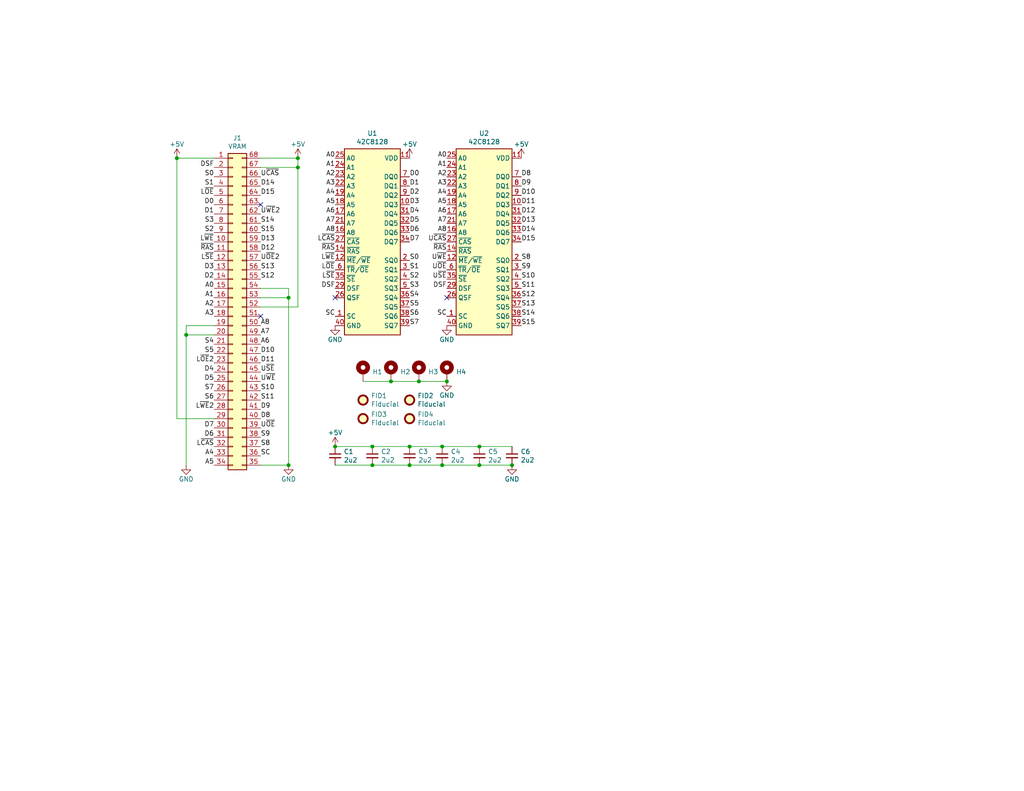
<source format=kicad_sch>
(kicad_sch (version 20211123) (generator eeschema)
  (paper "USLetter")
  (title_block (title "GW4404A") (date "2021-05-30") (rev "1.0") (company "Garrett's Workshop"))
  (lib_symbols
    (symbol "Connector_Generic:Conn_02x34_Counter_Clockwise" (pin_names (offset 1.016) hide)
      (property "Reference" "J" (at 1.27 43.18 0))
      (property "Value" "Conn_02x34_Counter_Clockwise" (at 1.27 -45.72 0))
      (symbol "Conn_02x34_Counter_Clockwise_1_1"
        (rectangle (start -1.27 -43.053) (end 0 -43.307) (stroke (width 0.1524)))
        (rectangle (start -1.27 -40.513) (end 0 -40.767) (stroke (width 0.1524)))
        (rectangle (start -1.27 -37.973) (end 0 -38.227) (stroke (width 0.1524)))
        (rectangle (start -1.27 -35.433) (end 0 -35.687) (stroke (width 0.1524)))
        (rectangle (start -1.27 -32.893) (end 0 -33.147) (stroke (width 0.1524)))
        (rectangle (start -1.27 -30.353) (end 0 -30.607) (stroke (width 0.1524)))
        (rectangle (start -1.27 -27.813) (end 0 -28.067) (stroke (width 0.1524)))
        (rectangle (start -1.27 -25.273) (end 0 -25.527) (stroke (width 0.1524)))
        (rectangle (start -1.27 -22.733) (end 0 -22.987) (stroke (width 0.1524)))
        (rectangle (start -1.27 -20.193) (end 0 -20.447) (stroke (width 0.1524)))
        (rectangle (start -1.27 -17.653) (end 0 -17.907) (stroke (width 0.1524)))
        (rectangle (start -1.27 -15.113) (end 0 -15.367) (stroke (width 0.1524)))
        (rectangle (start -1.27 -12.573) (end 0 -12.827) (stroke (width 0.1524)))
        (rectangle (start -1.27 -10.033) (end 0 -10.287) (stroke (width 0.1524)))
        (rectangle (start -1.27 -7.493) (end 0 -7.747) (stroke (width 0.1524)))
        (rectangle (start -1.27 -4.953) (end 0 -5.207) (stroke (width 0.1524)))
        (rectangle (start -1.27 -2.413) (end 0 -2.667) (stroke (width 0.1524)))
        (rectangle (start -1.27 0.127) (end 0 -0.127) (stroke (width 0.1524)))
        (rectangle (start -1.27 2.667) (end 0 2.413) (stroke (width 0.1524)))
        (rectangle (start -1.27 5.207) (end 0 4.953) (stroke (width 0.1524)))
        (rectangle (start -1.27 7.747) (end 0 7.493) (stroke (width 0.1524)))
        (rectangle (start -1.27 10.287) (end 0 10.033) (stroke (width 0.1524)))
        (rectangle (start -1.27 12.827) (end 0 12.573) (stroke (width 0.1524)))
        (rectangle (start -1.27 15.367) (end 0 15.113) (stroke (width 0.1524)))
        (rectangle (start -1.27 17.907) (end 0 17.653) (stroke (width 0.1524)))
        (rectangle (start -1.27 20.447) (end 0 20.193) (stroke (width 0.1524)))
        (rectangle (start -1.27 22.987) (end 0 22.733) (stroke (width 0.1524)))
        (rectangle (start -1.27 25.527) (end 0 25.273) (stroke (width 0.1524)))
        (rectangle (start -1.27 28.067) (end 0 27.813) (stroke (width 0.1524)))
        (rectangle (start -1.27 30.607) (end 0 30.353) (stroke (width 0.1524)))
        (rectangle (start -1.27 33.147) (end 0 32.893) (stroke (width 0.1524)))
        (rectangle (start -1.27 35.687) (end 0 35.433) (stroke (width 0.1524)))
        (rectangle (start -1.27 38.227) (end 0 37.973) (stroke (width 0.1524)))
        (rectangle (start -1.27 40.767) (end 0 40.513) (stroke (width 0.1524)))
        (rectangle (start -1.27 41.91) (end 3.81 -44.45) (stroke (width 0.254)) (fill (type background)))
        (rectangle (start 3.81 -43.053) (end 2.54 -43.307) (stroke (width 0.1524)))
        (rectangle (start 3.81 -40.513) (end 2.54 -40.767) (stroke (width 0.1524)))
        (rectangle (start 3.81 -37.973) (end 2.54 -38.227) (stroke (width 0.1524)))
        (rectangle (start 3.81 -35.433) (end 2.54 -35.687) (stroke (width 0.1524)))
        (rectangle (start 3.81 -32.893) (end 2.54 -33.147) (stroke (width 0.1524)))
        (rectangle (start 3.81 -30.353) (end 2.54 -30.607) (stroke (width 0.1524)))
        (rectangle (start 3.81 -27.813) (end 2.54 -28.067) (stroke (width 0.1524)))
        (rectangle (start 3.81 -25.273) (end 2.54 -25.527) (stroke (width 0.1524)))
        (rectangle (start 3.81 -22.733) (end 2.54 -22.987) (stroke (width 0.1524)))
        (rectangle (start 3.81 -20.193) (end 2.54 -20.447) (stroke (width 0.1524)))
        (rectangle (start 3.81 -17.653) (end 2.54 -17.907) (stroke (width 0.1524)))
        (rectangle (start 3.81 -15.113) (end 2.54 -15.367) (stroke (width 0.1524)))
        (rectangle (start 3.81 -12.573) (end 2.54 -12.827) (stroke (width 0.1524)))
        (rectangle (start 3.81 -10.033) (end 2.54 -10.287) (stroke (width 0.1524)))
        (rectangle (start 3.81 -7.493) (end 2.54 -7.747) (stroke (width 0.1524)))
        (rectangle (start 3.81 -4.953) (end 2.54 -5.207) (stroke (width 0.1524)))
        (rectangle (start 3.81 -2.413) (end 2.54 -2.667) (stroke (width 0.1524)))
        (rectangle (start 3.81 0.127) (end 2.54 -0.127) (stroke (width 0.1524)))
        (rectangle (start 3.81 2.667) (end 2.54 2.413) (stroke (width 0.1524)))
        (rectangle (start 3.81 5.207) (end 2.54 4.953) (stroke (width 0.1524)))
        (rectangle (start 3.81 7.747) (end 2.54 7.493) (stroke (width 0.1524)))
        (rectangle (start 3.81 10.287) (end 2.54 10.033) (stroke (width 0.1524)))
        (rectangle (start 3.81 12.827) (end 2.54 12.573) (stroke (width 0.1524)))
        (rectangle (start 3.81 15.367) (end 2.54 15.113) (stroke (width 0.1524)))
        (rectangle (start 3.81 17.907) (end 2.54 17.653) (stroke (width 0.1524)))
        (rectangle (start 3.81 20.447) (end 2.54 20.193) (stroke (width 0.1524)))
        (rectangle (start 3.81 22.987) (end 2.54 22.733) (stroke (width 0.1524)))
        (rectangle (start 3.81 25.527) (end 2.54 25.273) (stroke (width 0.1524)))
        (rectangle (start 3.81 28.067) (end 2.54 27.813) (stroke (width 0.1524)))
        (rectangle (start 3.81 30.607) (end 2.54 30.353) (stroke (width 0.1524)))
        (rectangle (start 3.81 33.147) (end 2.54 32.893) (stroke (width 0.1524)))
        (rectangle (start 3.81 35.687) (end 2.54 35.433) (stroke (width 0.1524)))
        (rectangle (start 3.81 38.227) (end 2.54 37.973) (stroke (width 0.1524)))
        (rectangle (start 3.81 40.767) (end 2.54 40.513) (stroke (width 0.1524)))
        (pin passive line (at -5.08 40.64 0) (length 3.81) (name "Pin_1") (number "1"))
        (pin passive line (at -5.08 17.78 0) (length 3.81) (name "Pin_10") (number "10"))
        (pin passive line (at -5.08 15.24 0) (length 3.81) (name "Pin_11") (number "11"))
        (pin passive line (at -5.08 12.7 0) (length 3.81) (name "Pin_12") (number "12"))
        (pin passive line (at -5.08 10.16 0) (length 3.81) (name "Pin_13") (number "13"))
        (pin passive line (at -5.08 7.62 0) (length 3.81) (name "Pin_14") (number "14"))
        (pin passive line (at -5.08 5.08 0) (length 3.81) (name "Pin_15") (number "15"))
        (pin passive line (at -5.08 2.54 0) (length 3.81) (name "Pin_16") (number "16"))
        (pin passive line (at -5.08 0 0) (length 3.81) (name "Pin_17") (number "17"))
        (pin passive line (at -5.08 -2.54 0) (length 3.81) (name "Pin_18") (number "18"))
        (pin passive line (at -5.08 -5.08 0) (length 3.81) (name "Pin_19") (number "19"))
        (pin passive line (at -5.08 38.1 0) (length 3.81) (name "Pin_2") (number "2"))
        (pin passive line (at -5.08 -7.62 0) (length 3.81) (name "Pin_20") (number "20"))
        (pin passive line (at -5.08 -10.16 0) (length 3.81) (name "Pin_21") (number "21"))
        (pin passive line (at -5.08 -12.7 0) (length 3.81) (name "Pin_22") (number "22"))
        (pin passive line (at -5.08 -15.24 0) (length 3.81) (name "Pin_23") (number "23"))
        (pin passive line (at -5.08 -17.78 0) (length 3.81) (name "Pin_24") (number "24"))
        (pin passive line (at -5.08 -20.32 0) (length 3.81) (name "Pin_25") (number "25"))
        (pin passive line (at -5.08 -22.86 0) (length 3.81) (name "Pin_26") (number "26"))
        (pin passive line (at -5.08 -25.4 0) (length 3.81) (name "Pin_27") (number "27"))
        (pin passive line (at -5.08 -27.94 0) (length 3.81) (name "Pin_28") (number "28"))
        (pin passive line (at -5.08 -30.48 0) (length 3.81) (name "Pin_29") (number "29"))
        (pin passive line (at -5.08 35.56 0) (length 3.81) (name "Pin_3") (number "3"))
        (pin passive line (at -5.08 -33.02 0) (length 3.81) (name "Pin_30") (number "30"))
        (pin passive line (at -5.08 -35.56 0) (length 3.81) (name "Pin_31") (number "31"))
        (pin passive line (at -5.08 -38.1 0) (length 3.81) (name "Pin_32") (number "32"))
        (pin passive line (at -5.08 -40.64 0) (length 3.81) (name "Pin_33") (number "33"))
        (pin passive line (at -5.08 -43.18 0) (length 3.81) (name "Pin_34") (number "34"))
        (pin passive line (at 7.62 -43.18 180) (length 3.81) (name "Pin_35") (number "35"))
        (pin passive line (at 7.62 -40.64 180) (length 3.81) (name "Pin_36") (number "36"))
        (pin passive line (at 7.62 -38.1 180) (length 3.81) (name "Pin_37") (number "37"))
        (pin passive line (at 7.62 -35.56 180) (length 3.81) (name "Pin_38") (number "38"))
        (pin passive line (at 7.62 -33.02 180) (length 3.81) (name "Pin_39") (number "39"))
        (pin passive line (at -5.08 33.02 0) (length 3.81) (name "Pin_4") (number "4"))
        (pin passive line (at 7.62 -30.48 180) (length 3.81) (name "Pin_40") (number "40"))
        (pin passive line (at 7.62 -27.94 180) (length 3.81) (name "Pin_41") (number "41"))
        (pin passive line (at 7.62 -25.4 180) (length 3.81) (name "Pin_42") (number "42"))
        (pin passive line (at 7.62 -22.86 180) (length 3.81) (name "Pin_43") (number "43"))
        (pin passive line (at 7.62 -20.32 180) (length 3.81) (name "Pin_44") (number "44"))
        (pin passive line (at 7.62 -17.78 180) (length 3.81) (name "Pin_45") (number "45"))
        (pin passive line (at 7.62 -15.24 180) (length 3.81) (name "Pin_46") (number "46"))
        (pin passive line (at 7.62 -12.7 180) (length 3.81) (name "Pin_47") (number "47"))
        (pin passive line (at 7.62 -10.16 180) (length 3.81) (name "Pin_48") (number "48"))
        (pin passive line (at 7.62 -7.62 180) (length 3.81) (name "Pin_49") (number "49"))
        (pin passive line (at -5.08 30.48 0) (length 3.81) (name "Pin_5") (number "5"))
        (pin passive line (at 7.62 -5.08 180) (length 3.81) (name "Pin_50") (number "50"))
        (pin passive line (at 7.62 -2.54 180) (length 3.81) (name "Pin_51") (number "51"))
        (pin passive line (at 7.62 0 180) (length 3.81) (name "Pin_52") (number "52"))
        (pin passive line (at 7.62 2.54 180) (length 3.81) (name "Pin_53") (number "53"))
        (pin passive line (at 7.62 5.08 180) (length 3.81) (name "Pin_54") (number "54"))
        (pin passive line (at 7.62 7.62 180) (length 3.81) (name "Pin_55") (number "55"))
        (pin passive line (at 7.62 10.16 180) (length 3.81) (name "Pin_56") (number "56"))
        (pin passive line (at 7.62 12.7 180) (length 3.81) (name "Pin_57") (number "57"))
        (pin passive line (at 7.62 15.24 180) (length 3.81) (name "Pin_58") (number "58"))
        (pin passive line (at 7.62 17.78 180) (length 3.81) (name "Pin_59") (number "59"))
        (pin passive line (at -5.08 27.94 0) (length 3.81) (name "Pin_6") (number "6"))
        (pin passive line (at 7.62 20.32 180) (length 3.81) (name "Pin_60") (number "60"))
        (pin passive line (at 7.62 22.86 180) (length 3.81) (name "Pin_61") (number "61"))
        (pin passive line (at 7.62 25.4 180) (length 3.81) (name "Pin_62") (number "62"))
        (pin passive line (at 7.62 27.94 180) (length 3.81) (name "Pin_63") (number "63"))
        (pin passive line (at 7.62 30.48 180) (length 3.81) (name "Pin_64") (number "64"))
        (pin passive line (at 7.62 33.02 180) (length 3.81) (name "Pin_65") (number "65"))
        (pin passive line (at 7.62 35.56 180) (length 3.81) (name "Pin_66") (number "66"))
        (pin passive line (at 7.62 38.1 180) (length 3.81) (name "Pin_67") (number "67"))
        (pin passive line (at 7.62 40.64 180) (length 3.81) (name "Pin_68") (number "68"))
        (pin passive line (at -5.08 25.4 0) (length 3.81) (name "Pin_7") (number "7"))
        (pin passive line (at -5.08 22.86 0) (length 3.81) (name "Pin_8") (number "8"))
        (pin passive line (at -5.08 20.32 0) (length 3.81) (name "Pin_9") (number "9"))
      )
    )
    (symbol "Device:C_Small" (pin_numbers hide) (pin_names (offset 0.254) hide)
      (property "Reference" "C" (at 0.254 1.778 0))
      (property "Value" "C_Small" (at 0.254 -2.032 0))
      (symbol "C_Small_0_1"
        (polyline (pts (xy -1.524 -0.508) (xy 1.524 -0.508)) (stroke (width 0.3302)))
        (polyline (pts (xy -1.524 0.508) (xy 1.524 0.508)) (stroke (width 0.3048)))
      )
      (symbol "C_Small_1_1"
        (pin passive line (at 0 2.54 270) (length 2.032) (name "~") (number "1"))
        (pin passive line (at 0 -2.54 90) (length 2.032) (name "~") (number "2"))
      )
    )
    (symbol "GW_RAM:VRAM-128kx8-SOP-40"
      (property "Reference" "U" (at 0 26.67 0))
      (property "Value" "VRAM-128kx8-SOP-40" (at 1.27 0 90))
      (symbol "VRAM-128kx8-SOP-40_0_1"
        (rectangle (start -7.62 25.4) (end 7.62 -25.4) (stroke (width 0.254)) (fill (type background)))
      )
      (symbol "VRAM-128kx8-SOP-40_1_1"
        (pin input line (at -10.16 -20.32 0) (length 2.54) (name "SC") (number "1"))
        (pin bidirectional line (at 10.16 10.16 180) (length 2.54) (name "DQ3") (number "10"))
        (pin power_in line (at 10.16 22.86 180) (length 2.54) (name "VDD") (number "11"))
        (pin input line (at -10.16 -5.08 0) (length 2.54) (name "~{ME}/~{WE}") (number "12"))
        (pin input line (at -10.16 -2.54 0) (length 2.54) (name "~{RAS}") (number "14"))
        (pin input line (at -10.16 2.54 0) (length 2.54) (name "A8") (number "16"))
        (pin input line (at -10.16 7.62 0) (length 2.54) (name "A6") (number "17"))
        (pin input line (at -10.16 10.16 0) (length 2.54) (name "A5") (number "18"))
        (pin input line (at -10.16 12.7 0) (length 2.54) (name "A4") (number "19"))
        (pin bidirectional line (at 10.16 -5.08 180) (length 2.54) (name "SQ0") (number "2"))
        (pin power_in line (at 10.16 22.86 180) (length 2.54) hide (name "VDD") (number "20"))
        (pin input line (at -10.16 5.08 0) (length 2.54) (name "A7") (number "21"))
        (pin input line (at -10.16 15.24 0) (length 2.54) (name "A3") (number "22"))
        (pin input line (at -10.16 17.78 0) (length 2.54) (name "A2") (number "23"))
        (pin input line (at -10.16 20.32 0) (length 2.54) (name "A1") (number "24"))
        (pin input line (at -10.16 22.86 0) (length 2.54) (name "A0") (number "25"))
        (pin output line (at -10.16 -15.24 0) (length 2.54) (name "QSF") (number "26"))
        (pin input line (at -10.16 0 0) (length 2.54) (name "~{CAS}") (number "27"))
        (pin input line (at -10.16 -12.7 0) (length 2.54) (name "DSF") (number "29"))
        (pin bidirectional line (at 10.16 -7.62 180) (length 2.54) (name "SQ1") (number "3"))
        (pin power_in line (at -10.16 -22.86 0) (length 2.54) hide (name "GND") (number "30"))
        (pin bidirectional line (at 10.16 7.62 180) (length 2.54) (name "DQ4") (number "31"))
        (pin bidirectional line (at 10.16 5.08 180) (length 2.54) (name "DQ5") (number "32"))
        (pin bidirectional line (at 10.16 2.54 180) (length 2.54) (name "DQ6") (number "33"))
        (pin bidirectional line (at 10.16 0 180) (length 2.54) (name "DQ7") (number "34"))
        (pin input line (at -10.16 -10.16 0) (length 2.54) (name "~{SE}") (number "35"))
        (pin bidirectional line (at 10.16 -15.24 180) (length 2.54) (name "SQ4") (number "36"))
        (pin bidirectional line (at 10.16 -17.78 180) (length 2.54) (name "SQ5") (number "37"))
        (pin bidirectional line (at 10.16 -20.32 180) (length 2.54) (name "SQ6") (number "38"))
        (pin bidirectional line (at 10.16 -22.86 180) (length 2.54) (name "SQ7") (number "39"))
        (pin bidirectional line (at 10.16 -10.16 180) (length 2.54) (name "SQ2") (number "4"))
        (pin power_in line (at -10.16 -22.86 0) (length 2.54) (name "GND") (number "40"))
        (pin bidirectional line (at 10.16 -12.7 180) (length 2.54) (name "SQ3") (number "5"))
        (pin input line (at -10.16 -7.62 0) (length 2.54) (name "~{TR}/~{OE}") (number "6"))
        (pin bidirectional line (at 10.16 17.78 180) (length 2.54) (name "DQ0") (number "7"))
        (pin bidirectional line (at 10.16 15.24 180) (length 2.54) (name "DQ1") (number "8"))
        (pin bidirectional line (at 10.16 12.7 180) (length 2.54) (name "DQ2") (number "9"))
      )
    )
    (symbol "Mechanical:Fiducial"
      (property "Reference" "FID" (at 0 5.08 0))
      (property "Value" "Fiducial" (at 0 3.175 0))
      (symbol "Fiducial_0_1"
        (circle (center 0 0) (radius 1.27) (stroke (width 0.508)) (fill (type background)))
      )
    )
    (symbol "Mechanical:MountingHole_Pad" (pin_numbers hide) (pin_names (offset 1.016) hide)
      (property "Reference" "H" (at 0 6.35 0))
      (property "Value" "MountingHole_Pad" (at 0 4.445 0))
      (symbol "MountingHole_Pad_0_1"
        (circle (center 0 1.27) (radius 1.27) (stroke (width 1.27)))
      )
      (symbol "MountingHole_Pad_1_1"
        (pin input line (at 0 -2.54 90) (length 2.54) (name "1") (number "1"))
      )
    )
    (symbol "power:+5V" (power) (pin_names (offset 0))
      (property "Value" "+5V" (at 0 3.556 0))
      (symbol "+5V_0_1"
        (polyline (pts (xy -0.762 1.27) (xy 0 2.54)))
        (polyline (pts (xy 0 0) (xy 0 2.54)))
        (polyline (pts (xy 0 2.54) (xy 0.762 1.27)))
      )
      (symbol "+5V_1_1"
        (pin power_in line (at 0 0 90) (length 0) hide (name "+5V") (number "1"))
      )
    )
    (symbol "power:GND" (power) (pin_names (offset 0))
      (property "Value" "GND" (at 0 -3.81 0))
      (symbol "GND_0_1"
        (polyline (pts (xy 0 0) (xy 0 -1.27) (xy 1.27 -1.27) (xy 0 -2.54) (xy -1.27 -1.27) (xy 0 -1.27)))
      )
      (symbol "GND_1_1"
        (pin power_in line (at 0 0 270) (length 0) hide (name "GND") (number "1"))
      )
    )
  )
  (junction (at 120.65 121.92))
  (junction (at 101.6 121.92))
  (junction (at 106.68 104.14))
  (junction (at 111.76 121.92))
  (junction (at 48.26 43.18))
  (junction (at 120.65 127))
  (junction (at 78.74 127))
  (junction (at 81.28 43.18))
  (junction (at 91.44 121.92))
  (junction (at 111.76 127))
  (junction (at 121.92 104.14))
  (junction (at 130.81 121.92))
  (junction (at 139.7 127))
  (junction (at 101.6 127))
  (junction (at 50.8 91.44))
  (junction (at 81.28 45.72))
  (junction (at 114.3 104.14))
  (junction (at 130.81 127))
  (junction (at 78.74 81.28))
  (no_connect (at 71.12 86.36))
  (no_connect (at 91.44 81.28))
  (no_connect (at 121.92 81.28))
  (no_connect (at 71.12 55.88))
  (wire (pts (xy 91.44 121.92) (xy 101.6 121.92)))
  (wire (pts (xy 71.12 45.72) (xy 81.28 45.72)))
  (wire (pts (xy 78.74 127) (xy 78.74 81.28)))
  (wire (pts (xy 130.81 121.92) (xy 139.7 121.92)))
  (wire (pts (xy 101.6 127) (xy 111.76 127)))
  (wire (pts (xy 48.26 114.3) (xy 58.42 114.3)))
  (wire (pts (xy 106.68 104.14) (xy 114.3 104.14)))
  (wire (pts (xy 58.42 91.44) (xy 50.8 91.44)))
  (wire (pts (xy 101.6 121.92) (xy 111.76 121.92)))
  (wire (pts (xy 50.8 88.9) (xy 50.8 91.44)))
  (wire (pts (xy 81.28 43.18) (xy 71.12 43.18)))
  (wire (pts (xy 111.76 127) (xy 120.65 127)))
  (wire (pts (xy 81.28 45.72) (xy 81.28 83.82)))
  (wire (pts (xy 81.28 43.18) (xy 81.28 45.72)))
  (wire (pts (xy 78.74 81.28) (xy 71.12 81.28)))
  (wire (pts (xy 78.74 78.74) (xy 78.74 81.28)))
  (wire (pts (xy 130.81 127) (xy 139.7 127)))
  (wire (pts (xy 50.8 91.44) (xy 50.8 127)))
  (wire (pts (xy 81.28 83.82) (xy 71.12 83.82)))
  (wire (pts (xy 120.65 127) (xy 130.81 127)))
  (wire (pts (xy 114.3 104.14) (xy 121.92 104.14)))
  (wire (pts (xy 58.42 88.9) (xy 50.8 88.9)))
  (wire (pts (xy 99.06 104.14) (xy 106.68 104.14)))
  (wire (pts (xy 111.76 121.92) (xy 120.65 121.92)))
  (wire (pts (xy 48.26 43.18) (xy 58.42 43.18)))
  (wire (pts (xy 71.12 127) (xy 78.74 127)))
  (wire (pts (xy 120.65 121.92) (xy 130.81 121.92)))
  (wire (pts (xy 71.12 78.74) (xy 78.74 78.74)))
  (wire (pts (xy 48.26 43.18) (xy 48.26 114.3)))
  (wire (pts (xy 91.44 127) (xy 101.6 127)))
  (label "U~{OE}2" (at 71.12 71.12 0))
  (label "D6" (at 111.76 63.5 0))
  (label "D7" (at 58.42 116.84 180))
  (label "A2" (at 91.44 48.26 180))
  (label "S7" (at 58.42 106.68 180))
  (label "S5" (at 111.76 83.82 0))
  (label "D12" (at 142.24 58.42 0))
  (label "S2" (at 58.42 63.5 180))
  (label "D1" (at 58.42 58.42 180))
  (label "A4" (at 91.44 53.34 180))
  (label "A7" (at 91.44 60.96 180))
  (label "U~{OE}" (at 121.92 73.66 180))
  (label "S11" (at 71.12 109.22 0))
  (label "D3" (at 111.76 55.88 0))
  (label "D4" (at 58.42 101.6 180))
  (label "A3" (at 121.92 50.8 180))
  (label "U~{SE}" (at 121.92 76.2 180))
  (label "A3" (at 91.44 50.8 180))
  (label "D12" (at 71.12 68.58 0))
  (label "DSF" (at 121.92 78.74 180))
  (label "U~{WE}" (at 71.12 104.14 0))
  (label "A8" (at 71.12 88.9 0))
  (label "S8" (at 71.12 121.92 0))
  (label "L~{WE}" (at 58.42 66.04 180))
  (label "S0" (at 58.42 48.26 180))
  (label "A7" (at 71.12 91.44 0))
  (label "A5" (at 121.92 55.88 180))
  (label "S5" (at 58.42 96.52 180))
  (label "A3" (at 58.42 86.36 180))
  (label "A5" (at 91.44 55.88 180))
  (label "U~{WE}2" (at 71.12 58.42 0))
  (label "D0" (at 58.42 55.88 180))
  (label "DSF" (at 58.42 45.72 180))
  (label "D11" (at 71.12 99.06 0))
  (label "D5" (at 58.42 104.14 180))
  (label "S6" (at 111.76 86.36 0))
  (label "D5" (at 111.76 60.96 0))
  (label "S4" (at 111.76 81.28 0))
  (label "A4" (at 121.92 53.34 180))
  (label "D13" (at 71.12 66.04 0))
  (label "A4" (at 58.42 124.46 180))
  (label "S12" (at 71.12 76.2 0))
  (label "D14" (at 71.12 50.8 0))
  (label "U~{CAS}" (at 71.12 48.26 0))
  (label "A8" (at 121.92 63.5 180))
  (label "S1" (at 58.42 50.8 180))
  (label "D8" (at 71.12 114.3 0))
  (label "D0" (at 111.76 48.26 0))
  (label "A0" (at 91.44 43.18 180))
  (label "D10" (at 71.12 96.52 0))
  (label "S8" (at 142.24 71.12 0))
  (label "L~{OE}" (at 91.44 73.66 180))
  (label "A6" (at 121.92 58.42 180))
  (label "SC" (at 91.44 86.36 180))
  (label "U~{SE}" (at 71.12 101.6 0))
  (label "~{RAS}" (at 121.92 68.58 180))
  (label "S1" (at 111.76 73.66 0))
  (label "U~{OE}" (at 71.12 116.84 0))
  (label "D10" (at 142.24 53.34 0))
  (label "S3" (at 111.76 78.74 0))
  (label "S10" (at 71.12 106.68 0))
  (label "S14" (at 142.24 86.36 0))
  (label "L~{CAS}" (at 58.42 121.92 180))
  (label "D8" (at 142.24 48.26 0))
  (label "S10" (at 142.24 76.2 0))
  (label "L~{CAS}" (at 91.44 66.04 180))
  (label "D2" (at 111.76 53.34 0))
  (label "L~{WE}2" (at 58.42 111.76 180))
  (label "A5" (at 58.42 127 180))
  (label "D9" (at 142.24 50.8 0))
  (label "S4" (at 58.42 93.98 180))
  (label "A1" (at 91.44 45.72 180))
  (label "L~{OE}2" (at 58.42 99.06 180))
  (label "D15" (at 71.12 53.34 0))
  (label "D6" (at 58.42 119.38 180))
  (label "D13" (at 142.24 60.96 0))
  (label "DSF" (at 91.44 78.74 180))
  (label "A1" (at 121.92 45.72 180))
  (label "A6" (at 91.44 58.42 180))
  (label "S14" (at 71.12 60.96 0))
  (label "S11" (at 142.24 78.74 0))
  (label "D4" (at 111.76 58.42 0))
  (label "SC" (at 71.12 124.46 0))
  (label "D11" (at 142.24 55.88 0))
  (label "S3" (at 58.42 60.96 180))
  (label "D14" (at 142.24 63.5 0))
  (label "S9" (at 142.24 73.66 0))
  (label "L~{SE}" (at 91.44 76.2 180))
  (label "U~{CAS}" (at 121.92 66.04 180))
  (label "A2" (at 58.42 83.82 180))
  (label "A1" (at 58.42 81.28 180))
  (label "A6" (at 71.12 93.98 0))
  (label "S9" (at 71.12 119.38 0))
  (label "L~{WE}" (at 91.44 71.12 180))
  (label "D1" (at 111.76 50.8 0))
  (label "SC" (at 121.92 86.36 180))
  (label "D2" (at 58.42 76.2 180))
  (label "D7" (at 111.76 66.04 0))
  (label "S6" (at 58.42 109.22 180))
  (label "A7" (at 121.92 60.96 180))
  (label "S13" (at 71.12 73.66 0))
  (label "A0" (at 121.92 43.18 180))
  (label "L~{SE}" (at 58.42 71.12 180))
  (label "~{RAS}" (at 58.42 68.58 180))
  (label "S0" (at 111.76 71.12 0))
  (label "D3" (at 58.42 73.66 180))
  (label "S12" (at 142.24 81.28 0))
  (label "S2" (at 111.76 76.2 0))
  (label "~{RAS}" (at 91.44 68.58 180))
  (label "S15" (at 71.12 63.5 0))
  (label "U~{WE}" (at 121.92 71.12 180))
  (label "S13" (at 142.24 83.82 0))
  (label "S15" (at 142.24 88.9 0))
  (label "A0" (at 58.42 78.74 180))
  (label "S7" (at 111.76 88.9 0))
  (label "D9" (at 71.12 111.76 0))
  (label "A2" (at 121.92 48.26 180))
  (label "D15" (at 142.24 66.04 0))
  (label "L~{OE}" (at 58.42 53.34 180))
  (label "A8" (at 91.44 63.5 180))
  (symbol (lib_id "Device:C_Small") (at 120.65 124.46 0) (unit 1)
    (property "Reference" "C4" (at 122.9868 123.2916 0) (effects (justify left)))
    (property "Value" "2u2" (at 122.9868 125.603 0) (effects (justify left)))
    (property "Footprint" "stdpads:C_0805" (effects hide))
  )
  (symbol (lib_id "Device:C_Small") (at 91.44 124.46 0) (unit 1)
    (property "Reference" "C1" (at 93.7768 123.2916 0) (effects (justify left)))
    (property "Value" "2u2" (at 93.7768 125.603 0) (effects (justify left)))
    (property "Footprint" "stdpads:C_0805" (effects hide))
  )
  (symbol (lib_id "Device:C_Small") (at 101.6 124.46 0) (unit 1)
    (property "Reference" "C2" (at 103.9368 123.2916 0) (effects (justify left)))
    (property "Value" "2u2" (at 103.9368 125.603 0) (effects (justify left)))
    (property "Footprint" "stdpads:C_0805" (effects hide))
  )
  (symbol (lib_id "Device:C_Small") (at 111.76 124.46 0) (unit 1)
    (property "Reference" "C3" (at 114.0968 123.2916 0) (effects (justify left)))
    (property "Value" "2u2" (at 114.0968 125.603 0) (effects (justify left)))
    (property "Footprint" "stdpads:C_0805" (effects hide))
  )
  (symbol (lib_id "power:+5V") (at 91.44 121.92 0) (unit 1)
    (property "Reference" "#PWR0146" (effects hide))
    (property "Value" "+5V" (at 91.44 118.11 0))
  )
  (symbol (lib_id "Mechanical:MountingHole_Pad") (at 114.3 101.6 0) (unit 1)
    (property "Reference" "H3" (at 116.84 101.5238 0) (effects (justify left)))
    (property "Value" " " (effects hide))
    (property "Footprint" "stdpads:PasteHole_1.1mm_PTH" (effects hide))
  )
  (symbol (lib_id "Mechanical:MountingHole_Pad") (at 121.92 101.6 0) (unit 1)
    (property "Reference" "H4" (at 124.46 101.5238 0) (effects (justify left)))
    (property "Value" " " (effects hide))
    (property "Footprint" "stdpads:PasteHole_1.1mm_PTH" (effects hide))
  )
  (symbol (lib_id "power:GND") (at 121.92 104.14 0) (mirror y) (unit 1)
    (property "Reference" "#PWR0145" (effects hide))
    (property "Value" "GND" (at 121.92 107.95 0))
  )
  (symbol (lib_id "Mechanical:Fiducial") (at 99.06 109.22 0) (unit 1)
    (property "Reference" "FID1" (at 101.219 108.0516 0) (effects (justify left)))
    (property "Value" "Fiducial" (at 101.219 110.363 0) (effects (justify left)))
    (property "Footprint" "stdpads:Fiducial" (effects hide))
  )
  (symbol (lib_id "Mechanical:Fiducial") (at 111.76 109.22 0) (unit 1)
    (property "Reference" "FID2" (at 113.919 108.0516 0) (effects (justify left)))
    (property "Value" "Fiducial" (at 113.919 110.363 0) (effects (justify left)))
    (property "Footprint" "stdpads:Fiducial" (effects hide))
  )
  (symbol (lib_id "Mechanical:Fiducial") (at 99.06 114.3 0) (unit 1)
    (property "Reference" "FID3" (at 101.219 113.1316 0) (effects (justify left)))
    (property "Value" "Fiducial" (at 101.219 115.443 0) (effects (justify left)))
    (property "Footprint" "stdpads:Fiducial" (effects hide))
  )
  (symbol (lib_id "Mechanical:Fiducial") (at 111.76 114.3 0) (unit 1)
    (property "Reference" "FID4" (at 113.919 113.1316 0) (effects (justify left)))
    (property "Value" "Fiducial" (at 113.919 115.443 0) (effects (justify left)))
    (property "Footprint" "stdpads:Fiducial" (effects hide))
  )
  (symbol (lib_id "Mechanical:MountingHole_Pad") (at 99.06 101.6 0) (unit 1)
    (property "Reference" "H1" (at 101.6 101.5238 0) (effects (justify left)))
    (property "Value" " " (effects hide))
    (property "Footprint" "stdpads:PasteHole_1.1mm_PTH" (effects hide))
  )
  (symbol (lib_id "Mechanical:MountingHole_Pad") (at 106.68 101.6 0) (unit 1)
    (property "Reference" "H2" (at 109.22 101.5238 0) (effects (justify left)))
    (property "Value" " " (effects hide))
    (property "Footprint" "stdpads:PasteHole_1.1mm_PTH" (effects hide))
  )
  (symbol (lib_id "GW_RAM:VRAM-128kx8-SOP-40") (at 101.6 66.04 0) (unit 1)
    (property "Reference" "U1" (at 101.6 36.3982 0))
    (property "Value" "42C8128" (at 101.6 38.7096 0))
    (property "Footprint" "stdpads:SOJ-40_400mil" (effects hide))
  )
  (symbol (lib_id "GW_RAM:VRAM-128kx8-SOP-40") (at 132.08 66.04 0) (unit 1)
    (property "Reference" "U2" (at 132.08 36.3982 0))
    (property "Value" "42C8128" (at 132.08 38.7096 0))
    (property "Footprint" "stdpads:SOJ-40_400mil" (effects hide))
  )
  (symbol (lib_id "power:+5V") (at 142.24 43.18 0) (unit 1)
    (property "Reference" "#PWR0101" (effects hide))
    (property "Value" "+5V" (at 142.24 39.37 0))
  )
  (symbol (lib_id "power:+5V") (at 111.76 43.18 0) (unit 1)
    (property "Reference" "#PWR0102" (effects hide))
    (property "Value" "+5V" (at 111.76 39.37 0))
  )
  (symbol (lib_id "power:GND") (at 121.92 88.9 0) (unit 1)
    (property "Reference" "#PWR0103" (effects hide))
    (property "Value" "GND" (at 121.92 92.71 0))
  )
  (symbol (lib_id "power:GND") (at 91.44 88.9 0) (unit 1)
    (property "Reference" "#PWR0104" (effects hide))
    (property "Value" "GND" (at 91.44 92.71 0))
  )
  (symbol (lib_id "Connector_Generic:Conn_02x34_Counter_Clockwise") (at 63.5 83.82 0) (unit 1)
    (property "Reference" "J1" (at 64.77 37.6682 0))
    (property "Value" "VRAM" (at 64.77 39.9796 0))
    (property "Footprint" "stdpads:MacVRAMSIMM_Edge" (effects hide))
  )
  (symbol (lib_id "power:+5V") (at 48.26 43.18 0) (unit 1)
    (property "Reference" "#PWR0105" (effects hide))
    (property "Value" "+5V" (at 48.26 39.37 0))
  )
  (symbol (lib_id "power:+5V") (at 81.28 43.18 0) (mirror y) (unit 1)
    (property "Reference" "#PWR0106" (effects hide))
    (property "Value" "+5V" (at 81.28 39.37 0))
  )
  (symbol (lib_id "power:GND") (at 78.74 127 0) (unit 1)
    (property "Reference" "#PWR0107" (effects hide))
    (property "Value" "GND" (at 78.74 130.81 0))
  )
  (symbol (lib_id "power:GND") (at 50.8 127 0) (unit 1)
    (property "Reference" "#PWR0108" (effects hide))
    (property "Value" "GND" (at 50.8 130.81 0))
  )
  (symbol (lib_id "Device:C_Small") (at 130.81 124.46 0) (unit 1)
    (property "Reference" "C5" (at 133.1468 123.2916 0) (effects (justify left)))
    (property "Value" "2u2" (at 133.1468 125.603 0) (effects (justify left)))
    (property "Footprint" "stdpads:C_0805" (effects hide))
  )
  (symbol (lib_id "Device:C_Small") (at 139.7 124.46 0) (unit 1)
    (property "Reference" "C6" (at 142.0368 123.2916 0) (effects (justify left)))
    (property "Value" "2u2" (at 142.0368 125.603 0) (effects (justify left)))
    (property "Footprint" "stdpads:C_0805" (effects hide))
  )
  (symbol (lib_id "power:GND") (at 139.7 127 0) (unit 1)
    (property "Reference" "#PWR0109" (effects hide))
    (property "Value" "GND" (at 139.7 130.81 0))
  )
)
</source>
